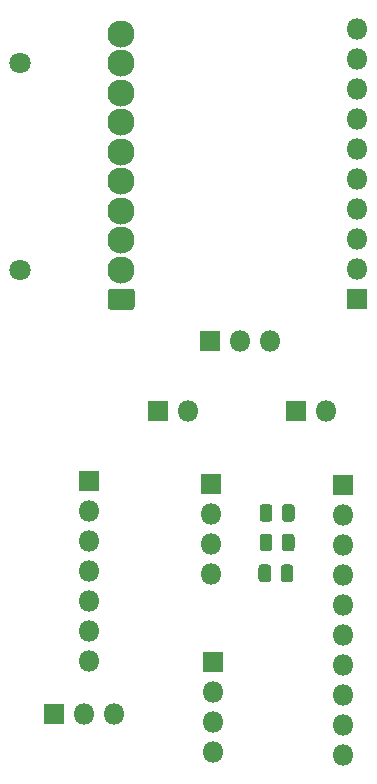
<source format=gbr>
%TF.GenerationSoftware,KiCad,Pcbnew,5.1.6-c6e7f7d~87~ubuntu16.04.1*%
%TF.CreationDate,2020-08-06T14:46:29+05:00*%
%TF.ProjectId,adapter,61646170-7465-4722-9e6b-696361645f70,rev?*%
%TF.SameCoordinates,Original*%
%TF.FileFunction,Soldermask,Top*%
%TF.FilePolarity,Negative*%
%FSLAX46Y46*%
G04 Gerber Fmt 4.6, Leading zero omitted, Abs format (unit mm)*
G04 Created by KiCad (PCBNEW 5.1.6-c6e7f7d~87~ubuntu16.04.1) date 2020-08-06 14:46:29*
%MOMM*%
%LPD*%
G01*
G04 APERTURE LIST*
%ADD10C,2.300000*%
%ADD11C,1.800000*%
%ADD12R,1.800000X1.800000*%
%ADD13O,1.800000X1.800000*%
G04 APERTURE END LIST*
%TO.C,J1*%
G36*
G01*
X31150000Y-49364706D02*
X31150000Y-50635294D01*
G75*
G02*
X30885294Y-50900000I-264706J0D01*
G01*
X29114706Y-50900000D01*
G75*
G02*
X28850000Y-50635294I0J264706D01*
G01*
X28850000Y-49364706D01*
G75*
G02*
X29114706Y-49100000I264706J0D01*
G01*
X30885294Y-49100000D01*
G75*
G02*
X31150000Y-49364706I0J-264706D01*
G01*
G37*
D10*
X30000000Y-47500000D03*
X30000000Y-45000000D03*
X30000000Y-42500000D03*
X30000000Y-40000000D03*
X30000000Y-37500000D03*
X30000000Y-35000000D03*
X30000000Y-32500000D03*
D11*
X21400000Y-47500000D03*
X21400000Y-30000000D03*
D10*
X30000000Y-30000000D03*
X30000000Y-27500000D03*
%TD*%
D12*
%TO.C,J2*%
X50000000Y-50000000D03*
D13*
X50000000Y-47460000D03*
X50000000Y-44920000D03*
X50000000Y-42380000D03*
X50000000Y-39840000D03*
X50000000Y-37300000D03*
X50000000Y-34760000D03*
X50000000Y-32220000D03*
X50000000Y-29680000D03*
X50000000Y-27140000D03*
%TD*%
D12*
%TO.C,J3*%
X27300000Y-65425001D03*
D13*
X27300000Y-67965001D03*
X27300000Y-70505001D03*
X27300000Y-73045001D03*
X27300000Y-75585001D03*
X27300000Y-78125001D03*
X27300000Y-80665001D03*
%TD*%
%TO.C,J6*%
X29380000Y-85100000D03*
X26840000Y-85100000D03*
D12*
X24300000Y-85100000D03*
%TD*%
%TO.C,J7*%
X37500000Y-53500000D03*
D13*
X40040000Y-53500000D03*
X42580000Y-53500000D03*
%TD*%
D12*
%TO.C,J8*%
X33100000Y-59500000D03*
D13*
X35640000Y-59500000D03*
%TD*%
%TO.C,R1*%
G36*
G01*
X44675000Y-67618750D02*
X44675000Y-68581250D01*
G75*
G02*
X44406250Y-68850000I-268750J0D01*
G01*
X43868750Y-68850000D01*
G75*
G02*
X43600000Y-68581250I0J268750D01*
G01*
X43600000Y-67618750D01*
G75*
G02*
X43868750Y-67350000I268750J0D01*
G01*
X44406250Y-67350000D01*
G75*
G02*
X44675000Y-67618750I0J-268750D01*
G01*
G37*
G36*
G01*
X42800000Y-67618750D02*
X42800000Y-68581250D01*
G75*
G02*
X42531250Y-68850000I-268750J0D01*
G01*
X41993750Y-68850000D01*
G75*
G02*
X41725000Y-68581250I0J268750D01*
G01*
X41725000Y-67618750D01*
G75*
G02*
X41993750Y-67350000I268750J0D01*
G01*
X42531250Y-67350000D01*
G75*
G02*
X42800000Y-67618750I0J-268750D01*
G01*
G37*
%TD*%
%TO.C,R2*%
G36*
G01*
X42800000Y-70118750D02*
X42800000Y-71081250D01*
G75*
G02*
X42531250Y-71350000I-268750J0D01*
G01*
X41993750Y-71350000D01*
G75*
G02*
X41725000Y-71081250I0J268750D01*
G01*
X41725000Y-70118750D01*
G75*
G02*
X41993750Y-69850000I268750J0D01*
G01*
X42531250Y-69850000D01*
G75*
G02*
X42800000Y-70118750I0J-268750D01*
G01*
G37*
G36*
G01*
X44675000Y-70118750D02*
X44675000Y-71081250D01*
G75*
G02*
X44406250Y-71350000I-268750J0D01*
G01*
X43868750Y-71350000D01*
G75*
G02*
X43600000Y-71081250I0J268750D01*
G01*
X43600000Y-70118750D01*
G75*
G02*
X43868750Y-69850000I268750J0D01*
G01*
X44406250Y-69850000D01*
G75*
G02*
X44675000Y-70118750I0J-268750D01*
G01*
G37*
%TD*%
%TO.C,R3*%
G36*
G01*
X44575000Y-72718750D02*
X44575000Y-73681250D01*
G75*
G02*
X44306250Y-73950000I-268750J0D01*
G01*
X43768750Y-73950000D01*
G75*
G02*
X43500000Y-73681250I0J268750D01*
G01*
X43500000Y-72718750D01*
G75*
G02*
X43768750Y-72450000I268750J0D01*
G01*
X44306250Y-72450000D01*
G75*
G02*
X44575000Y-72718750I0J-268750D01*
G01*
G37*
G36*
G01*
X42700000Y-72718750D02*
X42700000Y-73681250D01*
G75*
G02*
X42431250Y-73950000I-268750J0D01*
G01*
X41893750Y-73950000D01*
G75*
G02*
X41625000Y-73681250I0J268750D01*
G01*
X41625000Y-72718750D01*
G75*
G02*
X41893750Y-72450000I268750J0D01*
G01*
X42431250Y-72450000D01*
G75*
G02*
X42700000Y-72718750I0J-268750D01*
G01*
G37*
%TD*%
D12*
%TO.C,J9*%
X37800000Y-80700000D03*
D13*
X37800000Y-83240000D03*
X37800000Y-85780000D03*
X37800000Y-88320000D03*
%TD*%
D12*
%TO.C,J4*%
X37600000Y-65600000D03*
D13*
X37600000Y-68140000D03*
X37600000Y-70680000D03*
X37600000Y-73220000D03*
%TD*%
D12*
%TO.C,J5*%
X48800000Y-65700000D03*
D13*
X48800000Y-68240000D03*
X48800000Y-70780000D03*
X48800000Y-73320000D03*
X48800000Y-75860000D03*
X48800000Y-78400000D03*
X48800000Y-80940000D03*
X48800000Y-83480000D03*
X48800000Y-86020000D03*
X48800000Y-88560000D03*
%TD*%
D12*
%TO.C,J10*%
X44800000Y-59500000D03*
D13*
X47340000Y-59500000D03*
%TD*%
M02*

</source>
